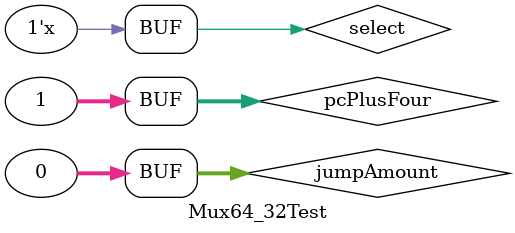
<source format=v>
`timescale 1ns / 1ps


module Mux64_32Test;

	// Inputs
	reg [31:0] pcPlusFour;
	reg [31:0] jumpAmount;
	reg select;

	// Outputs
	wire [31:0] PC;

	// Instantiate the Unit Under Test (UUT)
	Mux64_32 uut (
		.pcPlusFour(pcPlusFour), 
		.jumpAmount(jumpAmount), 
		.select(select), 
		.PC(PC)
	);

	initial begin
		// Initialize Inputs
		pcPlusFour = 1;
		jumpAmount = 0;
		select = 0;

		// Wait 100 ns for global reset to finish
		#100;
        
		// Add stimulus here

	end
	always begin 
		#100;
		select = ~select;
      end
endmodule


</source>
